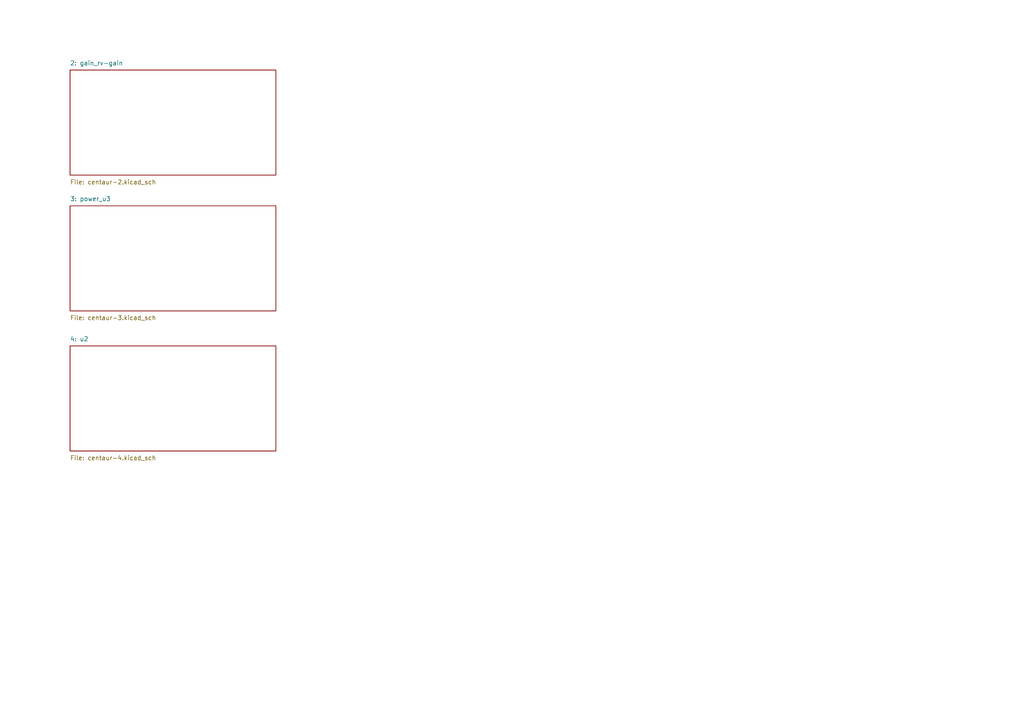
<source format=kicad_sch>
(kicad_sch (version 20230121) (generator jitx)
  (paper "A4")
  (lib_symbols
    (symbol "GND" (power)
      (property "Reference" "#PWR" (at 35.0 60.0 0.0))
      (property "Value" "GND" (at -2.54 -2.54 0.0))
      (symbol "GND_1_0"
        (pin power_in line (at 0.0 0.0 270) (length 0.0) (name "GND") (number "~"))
      )
    )
    (symbol "ALTIUM_POWER_GND_POWER"
      (property "Value" "ALTIUM_POWER_GND_POWER" (at 2.54 -1.016 0.0))
      (symbol "ALTIUM_POWER_GND_POWER_1_0"
        (pin unspecified line (at 0.0 0.0 0) (length 0.0) (name "0") (number "~"))
      )
    )
    (symbol "capacitor_sym"
      (property "Reference" "U" (at 1.27 1.27 0.0))
      (property "Value" "capacitor_sym" (at 1.27 -1.27 0.0))
      (symbol "capacitor_sym_1_0"
        (pin unspecified line (at 0.0 2.54 270) (length 0.0) (name "1") (number "~"))
        (pin unspecified line (at 0.0 -2.54 90) (length 0.0) (name "2") (number "~"))
      )
    )
    (symbol "sym_RK1631110U1Q"
      (property "Reference" "U" (at 0.0 4.27000254000508 0.0))
      (property "Value" "sym_RK1631110U1Q" (at 0.0 3.27000254000508 0.0))
      (symbol "sym_RK1631110U1Q_1_0"
        (pin unspecified line (at -5.08 0.0 0) (length 2.54000508001016) (name "3") (number "~"))
        (pin unspecified line (at 0.0 3.81 270) (length 2.54000508001016) (name "2") (number "~"))
        (pin unspecified line (at 5.08 0.0 180) (length 2.54000508001016) (name "1") (number "~"))
      )
    )
    (symbol "resistor_sym"
      (property "Reference" "U" (at 1.27 1.27 0.0))
      (property "Value" "resistor_sym" (at 1.27 -1.27 0.0))
      (symbol "resistor_sym_1_0"
        (pin unspecified line (at 0.0 -2.54 90) (length 0.0) (name "1") (number "~"))
        (pin unspecified line (at 0.0 2.54 270) (length 0.0) (name "2") (number "~"))
      )
    )
    (symbol "ground_sym"
      (property "Value" "ground_sym" (at -2.54 -2.54 0.0))
      (symbol "ground_sym_1_0"
        (pin unspecified line (at 0.0 0.0 270) (length 0.0) (name "0") (number "~"))
      )
    )
    (symbol "box_symbol_2L_0R_0T_0B"
      (property "Reference" "U" (at -5.08 5.172 0.0))
      (property "Value" "box_symbol_2L_0R_0T_0B" (at -5.08 4.11 0.0))
      (symbol "box_symbol_2L_0R_0T_0B_1_0"
        (pin unspecified line (at -7.62 1.27 0) (length 2.54) (name "L0") (number "~"))
        (pin unspecified line (at -7.62 -1.27 0) (length 2.54) (name "L1") (number "~"))
      )
    )
    (symbol "multi_op_amp_sym"
      (property "Reference" "U" (at 0.0 2.54 0.0))
      (property "Value" "multi_op_amp_sym" (at 0.0 -2.54 0.0))
      (symbol "multi_op_amp_sym_1_0"
        (pin unspecified line (at -3.81 -2.54 180) (length 1.27) (name "vi-") (number "~"))
        (pin unspecified line (at -3.81 2.54 180) (length 1.27) (name "vi+") (number "~"))
        (pin unspecified line (at 3.81 0.0 0) (length 1.27) (name "vo") (number "~"))
        (text "+" (at -2.794 2.032 0) (effects (font (size 0 0))))
        (text "-" (at -2.794 -2.032 0) (effects (font (size 0 0))))
      )
    )
    (symbol "op_amp_sym"
      (property "Reference" "U" (at 0.0 3.81 0.0))
      (property "Value" "op_amp_sym" (at 0.0 -2.54 0.0))
      (symbol "op_amp_sym_1_0"
        (pin unspecified line (at 0.0 -5.08 90) (length 0.0) (name "v-") (number "~"))
        (pin unspecified line (at 0.0 5.08 270) (length 0.0) (name "v+") (number "~"))
        (pin unspecified line (at -5.08 -2.54 0) (length 0.0) (name "in-") (number "~"))
        (pin unspecified line (at -5.08 2.54 0) (length 0.0) (name "in+") (number "~"))
        (pin unspecified line (at 5.08 0.0 180) (length 0.0) (name "out") (number "~"))
        (text "+" (at -2.794 2.032 0) (effects (font (size 0 0))))
        (text "-" (at -2.794 -2.032 0) (effects (font (size 0 0))))
      )
    )
    (symbol "sym_RK16312A0BKR"
      (property "Reference" "U" (at 0.0 6.81000762001524 0.0))
      (property "Value" "sym_RK16312A0BKR" (at 0.0 5.81000762001524 0.0))
      (symbol "sym_RK16312A0BKR_1_0"
        (pin unspecified line (at 5.08 2.54 180) (length 2.54000508001016) (name "1") (number "~"))
        (pin unspecified line (at 0.0 6.35 270) (length 2.54000508001016) (name "2") (number "~"))
        (pin unspecified line (at -5.08 2.54 0) (length 2.54000508001016) (name "3") (number "~"))
        (pin unspecified line (at -5.08 -2.54 0) (length 2.54000508001016) (name "6") (number "~"))
        (pin unspecified line (at 0.0 -6.35 90) (length 2.54000508001016) (name "5") (number "~"))
        (pin unspecified line (at 5.08 -2.54 180) (length 2.54000508001016) (name "4") (number "~"))
      )
    )
    (symbol "MAX1044ESA_T"
      (property "Reference" "U" (at 0.0 6.81000762001524 0.0))
      (property "Value" "MAX1044ESA_T" (at 0.0 5.81000762001524 0.0))
      (symbol "MAX1044ESA_T_1_0"
        (pin unspecified line (at -17.78 3.81 0) (length 2.54000508001016) (name "N_C_BOOST") (number "~"))
        (pin unspecified line (at -17.78 1.27 0) (length 2.54000508001016) (name "CAP+") (number "~"))
        (pin unspecified line (at -17.78 -1.27 0) (length 2.54000508001016) (name "GND") (number "~"))
        (pin unspecified line (at -17.78 -3.81 0) (length 2.54000508001016) (name "CAP-") (number "~"))
        (pin unspecified line (at 17.78 -3.81 180) (length 2.54000508001016) (name "VOUT") (number "~"))
        (pin unspecified line (at 17.78 -1.27 180) (length 2.54000508001016) (name "LV") (number "~"))
        (pin unspecified line (at 17.78 1.27 180) (length 2.54000508001016) (name "OSC") (number "~"))
        (pin unspecified line (at 17.78 3.81 180) (length 2.54000508001016) (name "V+") (number "~"))
      )
    )
    (symbol "box_symbol_3L_0R_0T_0B"
      (property "Reference" "U" (at -5.08 6.442 0.0))
      (property "Value" "box_symbol_3L_0R_0T_0B" (at -5.08 5.38 0.0))
      (symbol "box_symbol_3L_0R_0T_0B_1_0"
        (pin unspecified line (at -7.62 2.54 0) (length 2.54) (name "L0") (number "~"))
        (pin unspecified line (at -7.62 0.0 0) (length 2.54) (name "L1") (number "~"))
        (pin unspecified line (at -7.62 -2.54 0) (length 2.54) (name "L2") (number "~"))
      )
    )
    (symbol ""
      (property "Reference" "U" (at 2.54 1.27 0.0))
      (symbol "_1_0"
        (pin unspecified line (at 0.0 2.54 270) (length 0.0) (name "A") (number "~"))
        (pin unspecified line (at 0.0 -2.54 90) (length 0.0) (name "K") (number "~"))
        (text "" (at 0.0 0.0 0) (effects (font (size 0 0))))
        (text "" (at 0.0 0.0 0) (effects (font (size 0 0))))
      )
    )
    (symbol "Sym_1"
      (property "Reference" "U" (at 2.54 1.27 0.0))
      (property "Value" "Sym_1" (at 2.54 -1.27 0.0))
      (symbol "Sym_1_1_0"
        (pin unspecified line (at 0.0 2.54 270) (length 0.0) (name "A") (number "~"))
        (pin unspecified line (at 0.0 -2.54 90) (length 0.0) (name "K") (number "~"))
        (text "" (at 0.0 0.0 0) (effects (font (size 0 0))))
        (text "" (at 0.0 0.0 0) (effects (font (size 0 0))))
      )
    )
    (symbol "Sym_2"
      (property "Reference" "U" (at 2.54 1.27 0.0))
      (property "Value" "Sym_2" (at 2.54 -1.27 0.0))
      (symbol "Sym_2_1_0"
        (pin unspecified line (at 0.0 2.54 270) (length 0.0) (name "A") (number "~"))
        (pin unspecified line (at 0.0 -2.54 90) (length 0.0) (name "K") (number "~"))
        (text "" (at 0.0 0.0 0) (effects (font (size 0 0))))
        (text "" (at 0.0 0.0 0) (effects (font (size 0 0))))
      )
    )
    (symbol "my_resistor"
      (property "Reference" "R" (at 1.27 1.27 0.0))
      (property "Value" "my_resistor" (at 1.27 -1.27 0.0))
      (symbol "my_resistor_1_0"
        (pin unspecified line (at 0.0 -2.54 90) (length 0.0) (name "1") (number "1"))
        (pin unspecified line (at 0.0 2.54 270) (length 0.0) (name "2") (number "2"))
      )
    )
    (symbol "C145491"
      (property "Reference" "D" (at 2.54 1.27 0.0))
      (property "Value" "C145491" (at 2.54 -1.27 0.0))
      (symbol "C145491_1_0"
        (pin unspecified line (at 0.0 2.54 270) (length 0.0) (name "A") (number "2"))
        (pin unspecified line (at 0.0 -2.54 90) (length 0.0) (name "K") (number "1"))
        (text "" (at 0.0 0.0 0) (effects (font (size 0 0))))
        (text "" (at 0.0 0.0 0) (effects (font (size 0 0))))
      )
    )
    (symbol "my_resistor_1"
      (property "Reference" "R" (at 1.27 1.27 0.0))
      (property "Value" "my_resistor_1" (at 1.27 -1.27 0.0))
      (symbol "my_resistor_1_1_0"
        (pin unspecified line (at 0.0 -2.54 90) (length 0.0) (name "1") (number "1"))
        (pin unspecified line (at 0.0 2.54 270) (length 0.0) (name "2") (number "2"))
      )
    )
    (symbol "my_resistor_2"
      (property "Reference" "R" (at 1.27 1.27 0.0))
      (property "Value" "my_resistor_2" (at 1.27 -1.27 0.0))
      (symbol "my_resistor_2_1_0"
        (pin unspecified line (at 0.0 -2.54 90) (length 0.0) (name "1") (number "1"))
        (pin unspecified line (at 0.0 2.54 270) (length 0.0) (name "2") (number "2"))
      )
    )
    (symbol "my_resistor_3"
      (property "Reference" "R" (at 1.27 1.27 0.0))
      (property "Value" "my_resistor_3" (at 1.27 -1.27 0.0))
      (symbol "my_resistor_3_1_0"
        (pin unspecified line (at 0.0 -2.54 90) (length 0.0) (name "1") (number "1"))
        (pin unspecified line (at 0.0 2.54 270) (length 0.0) (name "2") (number "2"))
      )
    )
    (symbol "my_capacitor"
      (property "Reference" "C" (at 1.27 1.27 0.0))
      (property "Value" "my_capacitor" (at 1.27 -1.27 0.0))
      (symbol "my_capacitor_1_0"
        (pin unspecified line (at 0.0 2.54 270) (length 0.0) (name "1") (number "1"))
        (pin unspecified line (at 0.0 -2.54 90) (length 0.0) (name "2") (number "2"))
      )
    )
    (symbol "my_resistor_4"
      (property "Reference" "R" (at 1.27 1.27 0.0))
      (property "Value" "my_resistor_4" (at 1.27 -1.27 0.0))
      (symbol "my_resistor_4_1_0"
        (pin unspecified line (at 0.0 -2.54 90) (length 0.0) (name "1") (number "1"))
        (pin unspecified line (at 0.0 2.54 270) (length 0.0) (name "2") (number "2"))
      )
    )
    (symbol "my_capacitor_1"
      (property "Reference" "C" (at 1.27 1.27 0.0))
      (property "Value" "my_capacitor_1" (at 1.27 -1.27 0.0))
      (symbol "my_capacitor_1_1_0"
        (pin unspecified line (at 0.0 2.54 270) (length 0.0) (name "1") (number "1"))
        (pin unspecified line (at 0.0 -2.54 90) (length 0.0) (name "2") (number "2"))
      )
    )
    (symbol "my_resistor_5"
      (property "Reference" "R" (at 1.27 1.27 0.0))
      (property "Value" "my_resistor_5" (at 1.27 -1.27 0.0))
      (symbol "my_resistor_5_1_0"
        (pin unspecified line (at 0.0 -2.54 90) (length 0.0) (name "1") (number "1"))
        (pin unspecified line (at 0.0 2.54 270) (length 0.0) (name "2") (number "2"))
      )
    )
    (symbol "my_resistor_6"
      (property "Reference" "R" (at 1.27 1.27 0.0))
      (property "Value" "my_resistor_6" (at 1.27 -1.27 0.0))
      (symbol "my_resistor_6_1_0"
        (pin unspecified line (at 0.0 -2.54 90) (length 0.0) (name "1") (number "1"))
        (pin unspecified line (at 0.0 2.54 270) (length 0.0) (name "2") (number "2"))
      )
    )
    (symbol "my_capacitor_2"
      (property "Reference" "C" (at 1.27 1.27 0.0))
      (property "Value" "my_capacitor_2" (at 1.27 -1.27 0.0))
      (symbol "my_capacitor_2_1_0"
        (pin unspecified line (at 0.0 2.54 270) (length 0.0) (name "1") (number "1"))
        (pin unspecified line (at 0.0 -2.54 90) (length 0.0) (name "2") (number "2"))
      )
    )
    (symbol "my_resistor_7"
      (property "Reference" "R" (at 1.27 1.27 0.0))
      (property "Value" "my_resistor_7" (at 1.27 -1.27 0.0))
      (symbol "my_resistor_7_1_0"
        (pin unspecified line (at 0.0 -2.54 90) (length 0.0) (name "1") (number "1"))
        (pin unspecified line (at 0.0 2.54 270) (length 0.0) (name "2") (number "2"))
      )
    )
    (symbol "my_resistor_8"
      (property "Reference" "R" (at 1.27 1.27 0.0))
      (property "Value" "my_resistor_8" (at 1.27 -1.27 0.0))
      (symbol "my_resistor_8_1_0"
        (pin unspecified line (at 0.0 -2.54 90) (length 0.0) (name "1") (number "1"))
        (pin unspecified line (at 0.0 2.54 270) (length 0.0) (name "2") (number "2"))
      )
    )
    (symbol "my_capacitor_3"
      (property "Reference" "C" (at 1.27 1.27 0.0))
      (property "Value" "my_capacitor_3" (at 1.27 -1.27 0.0))
      (symbol "my_capacitor_3_1_0"
        (pin unspecified line (at 0.0 2.54 270) (length 0.0) (name "1") (number "1"))
        (pin unspecified line (at 0.0 -2.54 90) (length 0.0) (name "2") (number "2"))
      )
    )
    (symbol "my_capacitor_4"
      (property "Reference" "C" (at 1.27 1.27 0.0))
      (property "Value" "my_capacitor_4" (at 1.27 -1.27 0.0))
      (symbol "my_capacitor_4_1_0"
        (pin unspecified line (at 0.0 2.54 270) (length 0.0) (name "1") (number "1"))
        (pin unspecified line (at 0.0 -2.54 90) (length 0.0) (name "2") (number "2"))
      )
    )
    (symbol "my_capacitor_5"
      (property "Reference" "C" (at 1.27 1.27 0.0))
      (property "Value" "my_capacitor_5" (at 1.27 -1.27 0.0))
      (symbol "my_capacitor_5_1_0"
        (pin unspecified line (at 0.0 2.54 270) (length 0.0) (name "1") (number "1"))
        (pin unspecified line (at 0.0 -2.54 90) (length 0.0) (name "2") (number "2"))
      )
    )
    (symbol "C145491_1"
      (property "Reference" "D" (at 2.54 1.27 0.0))
      (property "Value" "C145491_1" (at 2.54 -1.27 0.0))
      (symbol "C145491_1_1_0"
        (pin unspecified line (at 0.0 2.54 270) (length 0.0) (name "A") (number "2"))
        (pin unspecified line (at 0.0 -2.54 90) (length 0.0) (name "K") (number "1"))
        (text "" (at 0.0 0.0 0) (effects (font (size 0 0))))
        (text "" (at 0.0 0.0 0) (effects (font (size 0 0))))
      )
    )
    (symbol "my_capacitor_6"
      (property "Reference" "C" (at 1.27 1.27 0.0))
      (property "Value" "my_capacitor_6" (at 1.27 -1.27 0.0))
      (symbol "my_capacitor_6_1_0"
        (pin unspecified line (at 0.0 2.54 270) (length 0.0) (name "1") (number "1"))
        (pin unspecified line (at 0.0 -2.54 90) (length 0.0) (name "2") (number "2"))
      )
    )
    (symbol "my_resistor_9"
      (property "Reference" "R" (at 1.27 1.27 0.0))
      (property "Value" "my_resistor_9" (at 1.27 -1.27 0.0))
      (symbol "my_resistor_9_1_0"
        (pin unspecified line (at 0.0 -2.54 90) (length 0.0) (name "1") (number "1"))
        (pin unspecified line (at 0.0 2.54 270) (length 0.0) (name "2") (number "2"))
      )
    )
    (symbol "C107646"
      (property "Reference" "U" (at 0.0 3.81 0.0))
      (property "Value" "C107646" (at 0.0 -2.54 0.0))
      (symbol "C107646_1_0"
        (pin unspecified line (at 0.0 -5.08 90) (length 0.0) (name "VCC-") (number "4"))
        (pin unspecified line (at 0.0 5.08 270) (length 0.0) (name "VCC+") (number "8"))
        (pin unspecified line (at -5.08 -2.54 0) (length 0.0) (name "IN1-") (number "2"))
        (pin unspecified line (at -5.08 2.54 0) (length 0.0) (name "IN1+") (number "3"))
        (pin unspecified line (at 5.08 0.0 180) (length 0.0) (name "OUT1") (number "1"))
        (text "+" (at -2.794 2.032 0) (effects (font (size 0 0))))
        (text "-" (at -2.794 -2.032 0) (effects (font (size 0 0))))
      )
      (symbol "C107646_2_0"
        (pin unspecified line (at -3.81 -2.54 180) (length 1.27) (name "IN2-") (number "6"))
        (pin unspecified line (at -3.81 2.54 180) (length 1.27) (name "IN2+") (number "5"))
        (pin unspecified line (at 3.81 0.0 0) (length 1.27) (name "OUT2") (number "7"))
        (text "+" (at -2.794 2.032 0) (effects (font (size 0 0))))
        (text "-" (at -2.794 -2.032 0) (effects (font (size 0 0))))
      )
    )
    (symbol "my_resistor_10"
      (property "Reference" "R" (at 1.27 1.27 0.0))
      (property "Value" "my_resistor_10" (at 1.27 -1.27 0.0))
      (symbol "my_resistor_10_1_0"
        (pin unspecified line (at 0.0 -2.54 90) (length 0.0) (name "1") (number "1"))
        (pin unspecified line (at 0.0 2.54 270) (length 0.0) (name "2") (number "2"))
      )
    )
    (symbol "my_capacitor_7"
      (property "Reference" "C" (at 1.27 1.27 0.0))
      (property "Value" "my_capacitor_7" (at 1.27 -1.27 0.0))
      (symbol "my_capacitor_7_1_0"
        (pin unspecified line (at 0.0 2.54 270) (length 0.0) (name "1") (number "1"))
        (pin unspecified line (at 0.0 -2.54 90) (length 0.0) (name "2") (number "2"))
      )
    )
    (symbol "my_capacitor_8"
      (property "Reference" "C" (at 1.27 1.27 0.0))
      (property "Value" "my_capacitor_8" (at 1.27 -1.27 0.0))
      (symbol "my_capacitor_8_1_0"
        (pin unspecified line (at 0.0 2.54 270) (length 0.0) (name "1") (number "1"))
        (pin unspecified line (at 0.0 -2.54 90) (length 0.0) (name "2") (number "2"))
      )
    )
    (symbol "my_resistor_11"
      (property "Reference" "R" (at 1.27 1.27 0.0))
      (property "Value" "my_resistor_11" (at 1.27 -1.27 0.0))
      (symbol "my_resistor_11_1_0"
        (pin unspecified line (at 0.0 -2.54 90) (length 0.0) (name "1") (number "1"))
        (pin unspecified line (at 0.0 2.54 270) (length 0.0) (name "2") (number "2"))
      )
    )
    (symbol "my_resistor_12"
      (property "Reference" "R" (at 1.27 1.27 0.0))
      (property "Value" "my_resistor_12" (at 1.27 -1.27 0.0))
      (symbol "my_resistor_12_1_0"
        (pin unspecified line (at 0.0 -2.54 90) (length 0.0) (name "1") (number "1"))
        (pin unspecified line (at 0.0 2.54 270) (length 0.0) (name "2") (number "2"))
      )
    )
    (symbol "my_capacitor_9"
      (property "Reference" "C" (at 1.27 1.27 0.0))
      (property "Value" "my_capacitor_9" (at 1.27 -1.27 0.0))
      (symbol "my_capacitor_9_1_0"
        (pin unspecified line (at 0.0 2.54 270) (length 0.0) (name "1") (number "1"))
        (pin unspecified line (at 0.0 -2.54 90) (length 0.0) (name "2") (number "2"))
      )
    )
    (symbol "C370979"
      (property "Reference" "U" (at 0.0 6.81000762001524 0.0))
      (property "Value" "C370979" (at 0.0 5.81000762001524 0.0))
      (symbol "C370979_1_0"
        (pin unspecified line (at 5.08 2.54 180) (length 2.54000508001016) (name "1") (number "1"))
        (pin unspecified line (at 0.0 6.35 270) (length 2.54000508001016) (name "2") (number "2"))
        (pin unspecified line (at -5.08 2.54 0) (length 2.54000508001016) (name "3") (number "3"))
        (pin unspecified line (at -5.08 -2.54 0) (length 2.54000508001016) (name "6") (number "6"))
        (pin unspecified line (at 0.0 -6.35 90) (length 2.54000508001016) (name "5") (number "5"))
        (pin unspecified line (at 5.08 -2.54 180) (length 2.54000508001016) (name "4") (number "4"))
      )
    )
    (symbol "my_resistor_13"
      (property "Reference" "R" (at 1.27 1.27 0.0))
      (property "Value" "my_resistor_13" (at 1.27 -1.27 0.0))
      (symbol "my_resistor_13_1_0"
        (pin unspecified line (at 0.0 -2.54 90) (length 0.0) (name "1") (number "1"))
        (pin unspecified line (at 0.0 2.54 270) (length 0.0) (name "2") (number "2"))
      )
    )
    (symbol "my_resistor_14"
      (property "Reference" "R" (at 1.27 1.27 0.0))
      (property "Value" "my_resistor_14" (at 1.27 -1.27 0.0))
      (symbol "my_resistor_14_1_0"
        (pin unspecified line (at 0.0 -2.54 90) (length 0.0) (name "1") (number "1"))
        (pin unspecified line (at 0.0 2.54 270) (length 0.0) (name "2") (number "2"))
      )
    )
    (symbol "my_capacitor_10"
      (property "Reference" "C" (at 1.27 1.27 0.0))
      (property "Value" "my_capacitor_10" (at 1.27 -1.27 0.0))
      (symbol "my_capacitor_10_1_0"
        (pin unspecified line (at 0.0 2.54 270) (length 0.0) (name "1") (number "1"))
        (pin unspecified line (at 0.0 -2.54 90) (length 0.0) (name "2") (number "2"))
      )
    )
    (symbol "my_capacitor_11"
      (property "Reference" "C" (at 1.27 1.27 0.0))
      (property "Value" "my_capacitor_11" (at 1.27 -1.27 0.0))
      (symbol "my_capacitor_11_1_0"
        (pin unspecified line (at 0.0 2.54 270) (length 0.0) (name "1") (number "1"))
        (pin unspecified line (at 0.0 -2.54 90) (length 0.0) (name "2") (number "2"))
      )
    )
    (symbol "my_resistor_15"
      (property "Reference" "R" (at 1.27 1.27 0.0))
      (property "Value" "my_resistor_15" (at 1.27 -1.27 0.0))
      (symbol "my_resistor_15_1_0"
        (pin unspecified line (at 0.0 -2.54 90) (length 0.0) (name "1") (number "1"))
        (pin unspecified line (at 0.0 2.54 270) (length 0.0) (name "2") (number "2"))
      )
    )
    (symbol "C140450"
      (property "Reference" "U" (at 0.0 6.81000762001524 0.0))
      (property "Value" "C140450" (at 0.0 5.81000762001524 0.0))
      (symbol "C140450_1_0"
        (pin unspecified line (at -17.78 3.81 0) (length 2.54000508001016) (name "N_C_BOOST") (number "1"))
        (pin unspecified line (at -17.78 1.27 0) (length 2.54000508001016) (name "CAP+") (number "2"))
        (pin unspecified line (at -17.78 -1.27 0) (length 2.54000508001016) (name "GND") (number "3"))
        (pin unspecified line (at -17.78 -3.81 0) (length 2.54000508001016) (name "CAP-") (number "4"))
        (pin unspecified line (at 17.78 -3.81 180) (length 2.54000508001016) (name "VOUT") (number "5"))
        (pin unspecified line (at 17.78 -1.27 180) (length 2.54000508001016) (name "LV") (number "6"))
        (pin unspecified line (at 17.78 1.27 180) (length 2.54000508001016) (name "OSC") (number "7"))
        (pin unspecified line (at 17.78 3.81 180) (length 2.54000508001016) (name "V+") (number "8"))
      )
    )
    (symbol "my_capacitor_12"
      (property "Reference" "C" (at 1.27 1.27 0.0))
      (property "Value" "my_capacitor_12" (at 1.27 -1.27 0.0))
      (symbol "my_capacitor_12_1_0"
        (pin unspecified line (at 0.0 2.54 270) (length 0.0) (name "1") (number "1"))
        (pin unspecified line (at 0.0 -2.54 90) (length 0.0) (name "2") (number "2"))
      )
    )
    (symbol "my_capacitor_13"
      (property "Reference" "C" (at 1.27 1.27 0.0))
      (property "Value" "my_capacitor_13" (at 1.27 -1.27 0.0))
      (symbol "my_capacitor_13_1_0"
        (pin unspecified line (at 0.0 2.54 270) (length 0.0) (name "1") (number "1"))
        (pin unspecified line (at 0.0 -2.54 90) (length 0.0) (name "2") (number "2"))
      )
    )
    (symbol "pin_header"
      (property "Reference" "J" (at -5.08 5.172 0.0))
      (property "Value" "pin_header" (at -5.08 4.11 0.0))
      (symbol "pin_header_1_0"
        (pin unspecified line (at -7.62 1.27 0) (length 2.54) (name "1") (number "1"))
        (pin unspecified line (at -7.62 -1.27 0) (length 2.54) (name "2") (number "2"))
      )
    )
    (symbol "C370978"
      (property "Reference" "U" (at 0.0 4.27000254000508 0.0))
      (property "Value" "C370978" (at 0.0 3.27000254000508 0.0))
      (symbol "C370978_1_0"
        (pin unspecified line (at -5.08 0.0 0) (length 2.54000508001016) (name "3") (number "3"))
        (pin unspecified line (at 0.0 3.81 270) (length 2.54000508001016) (name "2") (number "2"))
        (pin unspecified line (at 5.08 0.0 180) (length 2.54000508001016) (name "1") (number "1"))
      )
    )
    (symbol "my_capacitor_14"
      (property "Reference" "C" (at 1.27 1.27 0.0))
      (property "Value" "my_capacitor_14" (at 1.27 -1.27 0.0))
      (symbol "my_capacitor_14_1_0"
        (pin unspecified line (at 0.0 2.54 270) (length 0.0) (name "1") (number "1"))
        (pin unspecified line (at 0.0 -2.54 90) (length 0.0) (name "2") (number "2"))
      )
    )
    (symbol "my_capacitor_15"
      (property "Reference" "C" (at 1.27 1.27 0.0))
      (property "Value" "my_capacitor_15" (at 1.27 -1.27 0.0))
      (symbol "my_capacitor_15_1_0"
        (pin unspecified line (at 0.0 2.54 270) (length 0.0) (name "1") (number "1"))
        (pin unspecified line (at 0.0 -2.54 90) (length 0.0) (name "2") (number "2"))
      )
    )
    (symbol "my_resistor_16"
      (property "Reference" "R" (at 1.27 1.27 0.0))
      (property "Value" "my_resistor_16" (at 1.27 -1.27 0.0))
      (symbol "my_resistor_16_1_0"
        (pin unspecified line (at 0.0 -2.54 90) (length 0.0) (name "1") (number "1"))
        (pin unspecified line (at 0.0 2.54 270) (length 0.0) (name "2") (number "2"))
      )
    )
    (symbol "my_resistor_17"
      (property "Reference" "R" (at 1.27 1.27 0.0))
      (property "Value" "my_resistor_17" (at 1.27 -1.27 0.0))
      (symbol "my_resistor_17_1_0"
        (pin unspecified line (at 0.0 -2.54 90) (length 0.0) (name "1") (number "1"))
        (pin unspecified line (at 0.0 2.54 270) (length 0.0) (name "2") (number "2"))
      )
    )
    (symbol "my_capacitor_16"
      (property "Reference" "C" (at 1.27 1.27 0.0))
      (property "Value" "my_capacitor_16" (at 1.27 -1.27 0.0))
      (symbol "my_capacitor_16_1_0"
        (pin unspecified line (at 0.0 2.54 270) (length 0.0) (name "1") (number "1"))
        (pin unspecified line (at 0.0 -2.54 90) (length 0.0) (name "2") (number "2"))
      )
    )
    (symbol "my_resistor_18"
      (property "Reference" "R" (at 1.27 1.27 0.0))
      (property "Value" "my_resistor_18" (at 1.27 -1.27 0.0))
      (symbol "my_resistor_18_1_0"
        (pin unspecified line (at 0.0 -2.54 90) (length 0.0) (name "1") (number "1"))
        (pin unspecified line (at 0.0 2.54 270) (length 0.0) (name "2") (number "2"))
      )
    )
    (symbol "my_resistor_19"
      (property "Reference" "R" (at 1.27 1.27 0.0))
      (property "Value" "my_resistor_19" (at 1.27 -1.27 0.0))
      (symbol "my_resistor_19_1_0"
        (pin unspecified line (at 0.0 -2.54 90) (length 0.0) (name "1") (number "1"))
        (pin unspecified line (at 0.0 2.54 270) (length 0.0) (name "2") (number "2"))
      )
    )
    (symbol "my_resistor_20"
      (property "Reference" "R" (at 1.27 1.27 0.0))
      (property "Value" "my_resistor_20" (at 1.27 -1.27 0.0))
      (symbol "my_resistor_20_1_0"
        (pin unspecified line (at 0.0 -2.54 90) (length 0.0) (name "1") (number "1"))
        (pin unspecified line (at 0.0 2.54 270) (length 0.0) (name "2") (number "2"))
      )
    )
    (symbol "my_capacitor_17"
      (property "Reference" "C" (at 1.27 1.27 0.0))
      (property "Value" "my_capacitor_17" (at 1.27 -1.27 0.0))
      (symbol "my_capacitor_17_1_0"
        (pin unspecified line (at 0.0 2.54 270) (length 0.0) (name "1") (number "1"))
        (pin unspecified line (at 0.0 -2.54 90) (length 0.0) (name "2") (number "2"))
      )
    )
    (symbol "my_resistor_21"
      (property "Reference" "R" (at 1.27 1.27 0.0))
      (property "Value" "my_resistor_21" (at 1.27 -1.27 0.0))
      (symbol "my_resistor_21_1_0"
        (pin unspecified line (at 0.0 -2.54 90) (length 0.0) (name "1") (number "1"))
        (pin unspecified line (at 0.0 2.54 270) (length 0.0) (name "2") (number "2"))
      )
    )
    (symbol "my_resistor_22"
      (property "Reference" "R" (at 1.27 1.27 0.0))
      (property "Value" "my_resistor_22" (at 1.27 -1.27 0.0))
      (symbol "my_resistor_22_1_0"
        (pin unspecified line (at 0.0 -2.54 90) (length 0.0) (name "1") (number "1"))
        (pin unspecified line (at 0.0 2.54 270) (length 0.0) (name "2") (number "2"))
      )
    )
    (symbol "pin_header_1"
      (property "Reference" "J" (at -5.08 6.442 0.0))
      (property "Value" "pin_header_1" (at -5.08 5.38 0.0))
      (symbol "pin_header_1_1_0"
        (pin unspecified line (at -7.62 2.54 0) (length 2.54) (name "1") (number "1"))
        (pin unspecified line (at -7.62 0.0 0) (length 2.54) (name "2") (number "2"))
        (pin unspecified line (at -7.62 -2.54 0) (length 2.54) (name "3") (number "3"))
      )
    )
    (symbol "C113210"
      (property "Reference" "D" (at 2.54 1.27 0.0))
      (property "Value" "C113210" (at 2.54 -1.27 0.0))
      (symbol "C113210_1_0"
        (pin unspecified line (at 0.0 2.54 270) (length 0.0) (name "A") (number "1"))
        (pin unspecified line (at 0.0 -2.54 90) (length 0.0) (name "K") (number "2"))
        (text "" (at 0.0 0.0 0) (effects (font (size 0 0))))
        (text "" (at 0.0 0.0 0) (effects (font (size 0 0))))
      )
    )
    (symbol "my_resistor_23"
      (property "Reference" "R" (at 1.27 1.27 0.0))
      (property "Value" "my_resistor_23" (at 1.27 -1.27 0.0))
      (symbol "my_resistor_23_1_0"
        (pin unspecified line (at 0.0 -2.54 90) (length 0.0) (name "1") (number "1"))
        (pin unspecified line (at 0.0 2.54 270) (length 0.0) (name "2") (number "2"))
      )
    )
    (symbol "my_resistor_24"
      (property "Reference" "R" (at 1.27 1.27 0.0))
      (property "Value" "my_resistor_24" (at 1.27 -1.27 0.0))
      (symbol "my_resistor_24_1_0"
        (pin unspecified line (at 0.0 -2.54 90) (length 0.0) (name "1") (number "1"))
        (pin unspecified line (at 0.0 2.54 270) (length 0.0) (name "2") (number "2"))
      )
    )
    (symbol "my_capacitor_18"
      (property "Reference" "C" (at 1.27 1.27 0.0))
      (property "Value" "my_capacitor_18" (at 1.27 -1.27 0.0))
      (symbol "my_capacitor_18_1_0"
        (pin unspecified line (at 0.0 2.54 270) (length 0.0) (name "1") (number "1"))
        (pin unspecified line (at 0.0 -2.54 90) (length 0.0) (name "2") (number "2"))
      )
    )
    (symbol "my_resistor_25"
      (property "Reference" "R" (at 1.27 1.27 0.0))
      (property "Value" "my_resistor_25" (at 1.27 -1.27 0.0))
      (symbol "my_resistor_25_1_0"
        (pin unspecified line (at 0.0 -2.54 90) (length 0.0) (name "1") (number "1"))
        (pin unspecified line (at 0.0 2.54 270) (length 0.0) (name "2") (number "2"))
      )
    )
    (symbol "my_resistor_26"
      (property "Reference" "R" (at 1.27 1.27 0.0))
      (property "Value" "my_resistor_26" (at 1.27 -1.27 0.0))
      (symbol "my_resistor_26_1_0"
        (pin unspecified line (at 0.0 -2.54 90) (length 0.0) (name "1") (number "1"))
        (pin unspecified line (at 0.0 2.54 270) (length 0.0) (name "2") (number "2"))
      )
    )
    (symbol "my_capacitor_19"
      (property "Reference" "C" (at 1.27 1.27 0.0))
      (property "Value" "my_capacitor_19" (at 1.27 -1.27 0.0))
      (symbol "my_capacitor_19_1_0"
        (pin unspecified line (at 0.0 2.54 270) (length 0.0) (name "1") (number "1"))
        (pin unspecified line (at 0.0 -2.54 90) (length 0.0) (name "2") (number "2"))
      )
    )
    (symbol "my_resistor_27"
      (property "Reference" "R" (at 1.27 1.27 0.0))
      (property "Value" "my_resistor_27" (at 1.27 -1.27 0.0))
      (symbol "my_resistor_27_1_0"
        (pin unspecified line (at 0.0 -2.54 90) (length 0.0) (name "1") (number "1"))
        (pin unspecified line (at 0.0 2.54 270) (length 0.0) (name "2") (number "2"))
      )
    )
    (symbol "my_capacitor_20"
      (property "Reference" "C" (at 1.27 1.27 0.0))
      (property "Value" "my_capacitor_20" (at 1.27 -1.27 0.0))
      (symbol "my_capacitor_20_1_0"
        (pin unspecified line (at 0.0 2.54 270) (length 0.0) (name "1") (number "1"))
        (pin unspecified line (at 0.0 -2.54 90) (length 0.0) (name "2") (number "2"))
      )
    )
    (symbol "my_capacitor_21"
      (property "Reference" "C" (at 1.27 1.27 0.0))
      (property "Value" "my_capacitor_21" (at 1.27 -1.27 0.0))
      (symbol "my_capacitor_21_1_0"
        (pin unspecified line (at 0.0 2.54 270) (length 0.0) (name "1") (number "1"))
        (pin unspecified line (at 0.0 -2.54 90) (length 0.0) (name "2") (number "2"))
      )
    )
    (symbol "my_resistor_28"
      (property "Reference" "R" (at 1.27 1.27 0.0))
      (property "Value" "my_resistor_28" (at 1.27 -1.27 0.0))
      (symbol "my_resistor_28_1_0"
        (pin unspecified line (at 0.0 -2.54 90) (length 0.0) (name "1") (number "1"))
        (pin unspecified line (at 0.0 2.54 270) (length 0.0) (name "2") (number "2"))
      )
    )
  )
  (sheet (at 20.32 20.32) (size 59.69 30.48) (stroke (width 0.1524))
    (property "Sheet name" "2: gain_rv-gain" (at 20.32 19.05 0) (effects (justify left bottom)))
    (property "Sheet file" "centaur-2.kicad_sch" (at 20.32 52.07 0) (effects (justify left top)))
  )
  (sheet (at 20.32 59.69) (size 59.69 30.48) (stroke (width 0.1524))
    (property "Sheet name" "3: power_u3" (at 20.32 58.42 0) (effects (justify left bottom)))
    (property "Sheet file" "centaur-3.kicad_sch" (at 20.32 91.44 0) (effects (justify left top)))
  )
  (sheet (at 20.32 100.33) (size 59.69 30.48) (stroke (width 0.1524))
    (property "Sheet name" "4: u2" (at 20.32 99.06 0) (effects (justify left bottom)))
    (property "Sheet file" "centaur-4.kicad_sch" (at 20.32 132.08 0) (effects (justify left top)))
  )
)
</source>
